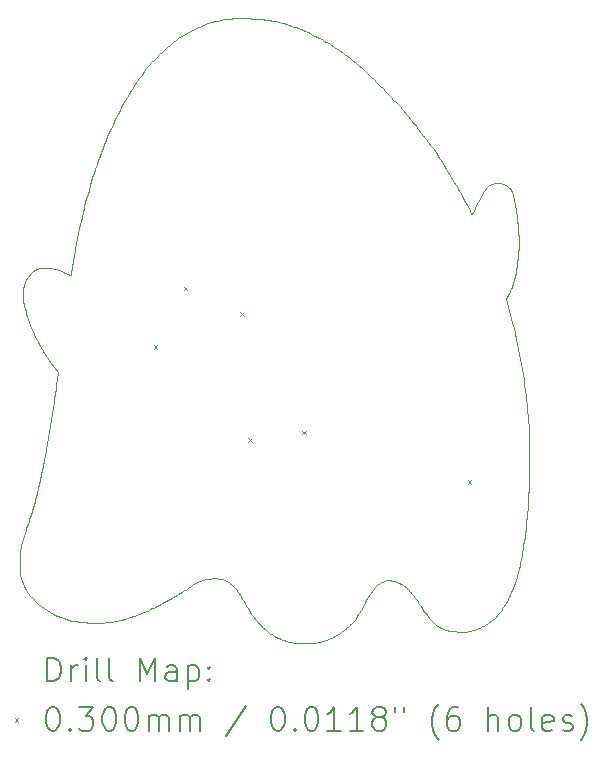
<source format=gbr>
%TF.GenerationSoftware,KiCad,Pcbnew,7.0.1-0*%
%TF.CreationDate,2023-08-21T12:14:34+02:00*%
%TF.ProjectId,ghost,67686f73-742e-46b6-9963-61645f706362,rev?*%
%TF.SameCoordinates,Original*%
%TF.FileFunction,Drillmap*%
%TF.FilePolarity,Positive*%
%FSLAX45Y45*%
G04 Gerber Fmt 4.5, Leading zero omitted, Abs format (unit mm)*
G04 Created by KiCad (PCBNEW 7.0.1-0) date 2023-08-21 12:14:34*
%MOMM*%
%LPD*%
G01*
G04 APERTURE LIST*
%ADD10C,0.056000*%
%ADD11C,0.200000*%
%ADD12C,0.030000*%
G04 APERTURE END LIST*
D10*
X16282778Y-7868018D02*
X16288619Y-7876016D01*
X16295448Y-7885236D01*
X16299179Y-7890232D01*
X16303090Y-7895448D01*
X16307160Y-7900855D01*
X16311368Y-7906425D01*
X16315690Y-7912129D01*
X16320105Y-7917939D01*
X16324591Y-7923826D01*
X16329126Y-7929762D01*
X16333688Y-7935718D01*
X16338255Y-7941665D01*
X16342804Y-7947576D01*
X16347315Y-7953421D01*
X16351764Y-7959172D01*
X16356129Y-7964801D01*
X16360390Y-7970280D01*
X16364523Y-7975578D01*
X16368507Y-7980669D01*
X16372320Y-7985524D01*
X16375939Y-7990114D01*
X16382509Y-7998384D01*
X16388041Y-8005253D01*
X16392360Y-8010492D01*
X16396175Y-8014796D01*
X13236088Y-10060739D02*
X13249709Y-9947075D01*
X15195119Y-12230053D02*
X15180399Y-12225891D01*
X15165991Y-12221394D01*
X15151881Y-12216550D01*
X15138056Y-12211347D01*
X15124502Y-12205770D01*
X15111207Y-12199809D01*
X15098156Y-12193450D01*
X15085338Y-12186681D01*
X15072738Y-12179489D01*
X15060343Y-12171862D01*
X15048140Y-12163788D01*
X15036116Y-12155253D01*
X15024257Y-12146244D01*
X15012550Y-12136751D01*
X15000981Y-12126759D01*
X14989538Y-12116257D01*
X14978208Y-12105232D01*
X14966976Y-12093670D01*
X14955829Y-12081561D01*
X14944755Y-12068891D01*
X14933741Y-12055647D01*
X14922771Y-12041817D01*
X14911835Y-12027389D01*
X14900917Y-12012349D01*
X14890005Y-11996686D01*
X14879086Y-11980387D01*
X14868146Y-11963439D01*
X14857172Y-11945830D01*
X14846151Y-11927547D01*
X14835069Y-11908577D01*
X14823914Y-11888908D01*
X14812671Y-11868528D01*
X13152622Y-9070243D02*
X13158448Y-9070260D01*
X13164065Y-9070312D01*
X13174719Y-9070535D01*
X13184678Y-9070931D01*
X13194034Y-9071521D01*
X13202880Y-9072325D01*
X13211308Y-9073363D01*
X13219412Y-9074657D01*
X13227283Y-9076226D01*
X13235015Y-9078090D01*
X13242700Y-9080271D01*
X13250432Y-9082789D01*
X13258302Y-9085663D01*
X13266403Y-9088915D01*
X13274829Y-9092564D01*
X13283671Y-9096632D01*
X13293024Y-9101139D01*
X13293024Y-9101139D02*
X13299447Y-9104266D01*
X13305718Y-9107267D01*
X13311802Y-9110127D01*
X13317665Y-9112833D01*
X13323275Y-9115370D01*
X13328598Y-9117725D01*
X13335969Y-9120886D01*
X13342504Y-9123558D01*
X13348090Y-9125696D01*
X13353865Y-9127633D01*
X13358615Y-9128202D01*
X13475127Y-8545226D02*
X13483710Y-8510184D01*
X13492726Y-8475007D01*
X13502164Y-8439726D01*
X13512010Y-8404374D01*
X13522250Y-8368982D01*
X13532871Y-8333584D01*
X13543860Y-8298211D01*
X13555203Y-8262896D01*
X13566888Y-8227672D01*
X13578900Y-8192570D01*
X13591226Y-8157624D01*
X13603854Y-8122864D01*
X13616769Y-8088325D01*
X13629959Y-8054037D01*
X13643410Y-8020034D01*
X13657108Y-7986348D01*
X13671041Y-7953011D01*
X13685195Y-7920055D01*
X13699557Y-7887513D01*
X13714113Y-7855417D01*
X13728851Y-7823800D01*
X13743756Y-7792694D01*
X13758815Y-7762130D01*
X13774015Y-7732143D01*
X13789343Y-7702763D01*
X13804786Y-7674023D01*
X13820329Y-7645956D01*
X13835961Y-7618594D01*
X13851666Y-7591969D01*
X13867433Y-7566114D01*
X13883247Y-7541061D01*
X13899096Y-7516842D01*
X13111628Y-10807895D02*
X13115438Y-10790086D01*
X13119358Y-10771289D01*
X13123378Y-10751565D01*
X13127487Y-10730980D01*
X13131675Y-10709594D01*
X13135932Y-10687472D01*
X13140246Y-10664678D01*
X13144607Y-10641273D01*
X13149005Y-10617321D01*
X13153429Y-10592885D01*
X13157868Y-10568029D01*
X13162313Y-10542816D01*
X13166753Y-10517308D01*
X13171176Y-10491570D01*
X13175573Y-10465663D01*
X13179933Y-10439651D01*
X13184246Y-10413598D01*
X13188501Y-10387566D01*
X13192687Y-10361619D01*
X13196794Y-10335820D01*
X13200812Y-10310231D01*
X13204729Y-10284917D01*
X13208536Y-10259940D01*
X13212222Y-10235363D01*
X13215777Y-10211249D01*
X13219189Y-10187663D01*
X13222448Y-10164666D01*
X13225544Y-10142322D01*
X13228467Y-10120694D01*
X13231205Y-10099845D01*
X13233749Y-10079839D01*
X13236088Y-10060739D01*
X14812671Y-11868528D02*
X14805880Y-11856319D01*
X14799063Y-11844600D01*
X14792215Y-11833368D01*
X14785326Y-11822617D01*
X14778390Y-11812343D01*
X14771400Y-11802542D01*
X14764348Y-11793207D01*
X14757226Y-11784336D01*
X14750029Y-11775922D01*
X14742748Y-11767962D01*
X14735376Y-11760451D01*
X14727906Y-11753384D01*
X14720330Y-11746756D01*
X14712642Y-11740563D01*
X14704833Y-11734800D01*
X14696897Y-11729462D01*
X14688826Y-11724545D01*
X14680614Y-11720044D01*
X14672252Y-11715955D01*
X14663733Y-11712272D01*
X14655050Y-11708991D01*
X14646196Y-11706107D01*
X14637164Y-11703616D01*
X14627945Y-11701513D01*
X14618534Y-11699793D01*
X14608922Y-11698452D01*
X14599102Y-11697485D01*
X14589068Y-11696887D01*
X14578811Y-11696653D01*
X14568324Y-11696779D01*
X14557600Y-11697261D01*
X14546633Y-11698093D01*
X16775182Y-8579873D02*
X16778968Y-8570759D01*
X16782877Y-8561634D01*
X16786898Y-8552516D01*
X16791020Y-8543422D01*
X16795235Y-8534367D01*
X16799532Y-8525369D01*
X16803899Y-8516445D01*
X16808328Y-8507611D01*
X16812808Y-8498883D01*
X16817329Y-8490279D01*
X16821879Y-8481815D01*
X16826450Y-8473508D01*
X16831031Y-8465374D01*
X16835612Y-8457431D01*
X16840182Y-8449695D01*
X16844731Y-8442183D01*
X16849249Y-8434911D01*
X16853725Y-8427896D01*
X16858151Y-8421155D01*
X16862514Y-8414705D01*
X16866805Y-8408562D01*
X16871014Y-8402742D01*
X16875131Y-8397264D01*
X16879144Y-8392142D01*
X16883045Y-8387395D01*
X16886822Y-8383039D01*
X16893966Y-8375565D01*
X16900494Y-8369854D01*
X16906324Y-8366041D01*
X16396175Y-8014796D02*
X16404675Y-8024526D01*
X16410335Y-8031896D01*
X16416856Y-8040811D01*
X16424183Y-8051177D01*
X16432258Y-8062901D01*
X16441023Y-8075888D01*
X16450420Y-8090044D01*
X16460392Y-8105276D01*
X16470881Y-8121490D01*
X16481830Y-8138592D01*
X16493182Y-8156487D01*
X16504878Y-8175083D01*
X16516862Y-8194285D01*
X16529075Y-8214000D01*
X16541460Y-8234133D01*
X16553959Y-8254590D01*
X16566516Y-8275279D01*
X16579072Y-8296104D01*
X16591570Y-8316972D01*
X16603952Y-8337789D01*
X16616161Y-8358462D01*
X16628139Y-8378896D01*
X16639828Y-8398997D01*
X16651172Y-8418672D01*
X16662112Y-8437827D01*
X16672592Y-8456367D01*
X16682552Y-8474200D01*
X16691937Y-8491231D01*
X16700688Y-8507366D01*
X16708748Y-8522511D01*
X16716059Y-8536573D01*
X17150429Y-8778695D02*
X17151313Y-8796487D01*
X17151939Y-8814360D01*
X17152310Y-8832294D01*
X17152430Y-8850270D01*
X17152302Y-8868271D01*
X17151928Y-8886276D01*
X17151312Y-8904269D01*
X17150457Y-8922229D01*
X17149366Y-8940138D01*
X17148041Y-8957978D01*
X17146487Y-8975729D01*
X17144705Y-8993374D01*
X17142699Y-9010892D01*
X17140473Y-9028267D01*
X17138029Y-9045478D01*
X17135369Y-9062507D01*
X17132499Y-9079335D01*
X17129419Y-9095945D01*
X17126134Y-9112316D01*
X17122646Y-9128430D01*
X17118959Y-9144269D01*
X17115075Y-9159814D01*
X17110998Y-9175046D01*
X17106731Y-9189946D01*
X17102276Y-9204496D01*
X17097637Y-9218677D01*
X17092817Y-9232470D01*
X17087819Y-9245857D01*
X17082645Y-9258818D01*
X17077300Y-9271336D01*
X17071786Y-9283391D01*
X17066106Y-9294965D01*
X17093429Y-8420262D02*
X17097575Y-8430451D01*
X17099684Y-8436563D01*
X17101810Y-8443317D01*
X17103950Y-8450684D01*
X17106099Y-8458636D01*
X17108252Y-8467145D01*
X17110405Y-8476183D01*
X17112553Y-8485722D01*
X17114693Y-8495733D01*
X17116818Y-8506189D01*
X17118926Y-8517061D01*
X17121012Y-8528322D01*
X17123070Y-8539943D01*
X17125097Y-8551896D01*
X17127089Y-8564153D01*
X17129040Y-8576686D01*
X17130946Y-8589467D01*
X17132803Y-8602468D01*
X17134606Y-8615660D01*
X17136351Y-8629017D01*
X17138033Y-8642508D01*
X17139649Y-8656107D01*
X17141192Y-8669785D01*
X17142660Y-8683515D01*
X17144047Y-8697268D01*
X17145349Y-8711015D01*
X17146562Y-8724730D01*
X17147681Y-8738383D01*
X17148701Y-8751947D01*
X17149619Y-8765394D01*
X17150429Y-8778695D01*
X14546633Y-11698093D02*
X14540607Y-11698693D01*
X14534573Y-11699399D01*
X14528535Y-11700209D01*
X14522501Y-11701121D01*
X14516476Y-11702133D01*
X14510465Y-11703243D01*
X14504476Y-11704448D01*
X14498515Y-11705745D01*
X14492587Y-11707134D01*
X14486699Y-11708611D01*
X14480856Y-11710175D01*
X14475065Y-11711823D01*
X14469332Y-11713552D01*
X14463663Y-11715362D01*
X14458065Y-11717249D01*
X14452542Y-11719211D01*
X14447102Y-11721246D01*
X14441751Y-11723352D01*
X14436493Y-11725526D01*
X14431337Y-11727767D01*
X14421351Y-11732439D01*
X14411840Y-11737349D01*
X14402854Y-11742481D01*
X14394442Y-11747815D01*
X14386653Y-11753335D01*
X14379534Y-11759022D01*
X13033546Y-9103864D02*
X13040349Y-9098443D01*
X13046641Y-9093632D01*
X13052552Y-9089396D01*
X13058208Y-9085699D01*
X13063736Y-9082504D01*
X13069265Y-9079776D01*
X13074922Y-9077479D01*
X13080834Y-9075576D01*
X13087129Y-9074032D01*
X13093935Y-9072811D01*
X13101378Y-9071876D01*
X13109586Y-9071192D01*
X13118687Y-9070723D01*
X13128809Y-9070432D01*
X13140078Y-9070284D01*
X13146183Y-9070252D01*
X13152622Y-9070243D01*
X16311051Y-11913549D02*
X16303672Y-11902592D01*
X16296481Y-11892069D01*
X16289469Y-11881969D01*
X16282623Y-11872281D01*
X16275933Y-11862995D01*
X16269387Y-11854099D01*
X16262974Y-11845584D01*
X16256683Y-11837437D01*
X16250502Y-11829650D01*
X16244420Y-11822210D01*
X16238427Y-11815108D01*
X16232510Y-11808332D01*
X16226659Y-11801872D01*
X16220862Y-11795717D01*
X16215108Y-11789856D01*
X16209386Y-11784279D01*
X16203684Y-11778975D01*
X16197992Y-11773933D01*
X16192297Y-11769142D01*
X16186589Y-11764592D01*
X16180857Y-11760272D01*
X16175089Y-11756171D01*
X16169274Y-11752279D01*
X16163400Y-11748585D01*
X16157457Y-11745078D01*
X16151433Y-11741747D01*
X16145317Y-11738582D01*
X16139098Y-11735572D01*
X16132764Y-11732706D01*
X16126305Y-11729974D01*
X16119708Y-11727365D01*
X16112963Y-11724867D01*
X16906324Y-8366041D02*
X16912738Y-8362935D01*
X16919267Y-8360181D01*
X16925896Y-8357778D01*
X16932609Y-8355718D01*
X16939391Y-8354000D01*
X16946227Y-8352617D01*
X16953102Y-8351566D01*
X16960001Y-8350842D01*
X16966909Y-8350441D01*
X16973810Y-8350359D01*
X16980690Y-8350590D01*
X16987533Y-8351132D01*
X16994325Y-8351979D01*
X17001050Y-8353127D01*
X17007692Y-8354571D01*
X17014238Y-8356308D01*
X17020671Y-8358332D01*
X17026977Y-8360640D01*
X17033141Y-8363227D01*
X17039147Y-8366089D01*
X17044981Y-8369221D01*
X17050626Y-8372619D01*
X17056069Y-8376278D01*
X17061294Y-8380195D01*
X17066285Y-8384365D01*
X17071029Y-8388783D01*
X17075509Y-8393445D01*
X17079710Y-8398346D01*
X17083618Y-8403483D01*
X17087217Y-8408851D01*
X17090493Y-8414445D01*
X17093429Y-8420262D01*
X13385826Y-8972817D02*
X13388118Y-8958700D01*
X13390317Y-8945226D01*
X13392437Y-8932334D01*
X13394490Y-8919966D01*
X13396489Y-8908061D01*
X13398445Y-8896562D01*
X13400372Y-8885408D01*
X13402282Y-8874540D01*
X13404186Y-8863899D01*
X13406098Y-8853425D01*
X13408030Y-8843060D01*
X13409993Y-8832743D01*
X13412002Y-8822415D01*
X13414068Y-8812017D01*
X13416203Y-8801490D01*
X13418419Y-8790774D01*
X13420730Y-8779810D01*
X13423148Y-8768539D01*
X13425684Y-8756901D01*
X13428352Y-8744836D01*
X13431164Y-8732287D01*
X13434132Y-8719192D01*
X13437268Y-8705494D01*
X13440586Y-8691131D01*
X13444097Y-8676046D01*
X13447813Y-8660179D01*
X13451748Y-8643470D01*
X13455913Y-8625861D01*
X13460321Y-8607291D01*
X13464985Y-8587701D01*
X13469916Y-8567033D01*
X13475127Y-8545226D01*
X16112963Y-11724867D02*
X16103462Y-11721675D01*
X16094138Y-11718978D01*
X16084982Y-11716780D01*
X16075986Y-11715087D01*
X16067141Y-11713905D01*
X16058439Y-11713240D01*
X16049872Y-11713098D01*
X16041431Y-11713483D01*
X16033108Y-11714401D01*
X16024893Y-11715858D01*
X16016780Y-11717860D01*
X16008758Y-11720412D01*
X16000821Y-11723519D01*
X15992958Y-11727188D01*
X15985163Y-11731424D01*
X15977425Y-11736233D01*
X15969738Y-11741619D01*
X15962092Y-11747589D01*
X15954479Y-11754149D01*
X15946891Y-11761303D01*
X15939318Y-11769058D01*
X15931754Y-11777419D01*
X15924188Y-11786391D01*
X15916613Y-11795981D01*
X15909020Y-11806193D01*
X15901402Y-11817034D01*
X15893748Y-11828510D01*
X15886051Y-11840624D01*
X15878302Y-11853384D01*
X15870494Y-11866795D01*
X15862617Y-11880862D01*
X15854663Y-11895591D01*
X12977774Y-11294799D02*
X12984683Y-11273412D01*
X12991258Y-11252998D01*
X12997516Y-11233498D01*
X13003472Y-11214855D01*
X13009141Y-11197011D01*
X13014540Y-11179910D01*
X13019684Y-11163494D01*
X13024589Y-11147706D01*
X13029272Y-11132487D01*
X13033746Y-11117782D01*
X13038029Y-11103532D01*
X13042136Y-11089680D01*
X13046083Y-11076168D01*
X13049886Y-11062940D01*
X13053560Y-11049938D01*
X13057121Y-11037105D01*
X13060585Y-11024383D01*
X13063968Y-11011715D01*
X13067285Y-10999043D01*
X13070553Y-10986311D01*
X13073787Y-10973460D01*
X13077003Y-10960434D01*
X13080216Y-10947175D01*
X13083442Y-10933626D01*
X13086698Y-10919728D01*
X13089999Y-10905426D01*
X13093360Y-10890662D01*
X13096798Y-10875377D01*
X13100327Y-10859516D01*
X13103965Y-10843020D01*
X13107727Y-10825832D01*
X13111628Y-10807895D01*
X13073248Y-9676448D02*
X13060244Y-9649907D01*
X13047998Y-9623915D01*
X13036510Y-9598473D01*
X13025781Y-9573582D01*
X13015811Y-9549243D01*
X13006599Y-9525457D01*
X12998146Y-9502223D01*
X12990451Y-9479545D01*
X12983515Y-9457421D01*
X12977338Y-9435854D01*
X12971920Y-9414843D01*
X12967261Y-9394391D01*
X12963361Y-9374497D01*
X12960220Y-9355163D01*
X12957838Y-9336390D01*
X12956215Y-9318178D01*
X12955351Y-9300528D01*
X12955247Y-9283442D01*
X12955902Y-9266919D01*
X12957316Y-9250962D01*
X12959490Y-9235570D01*
X12962423Y-9220746D01*
X12966116Y-9206489D01*
X12970569Y-9192800D01*
X12975782Y-9179681D01*
X12981754Y-9167132D01*
X12988486Y-9155154D01*
X12995978Y-9143749D01*
X13004230Y-9132916D01*
X13013242Y-9122657D01*
X13023014Y-9112973D01*
X13033546Y-9103864D01*
X12927000Y-11566000D02*
X12927011Y-11556263D01*
X12927050Y-11547003D01*
X12927123Y-11538182D01*
X12927239Y-11529759D01*
X12927405Y-11521695D01*
X12927627Y-11513951D01*
X12927914Y-11506486D01*
X12928274Y-11499261D01*
X12928712Y-11492236D01*
X12929237Y-11485372D01*
X12929857Y-11478629D01*
X12930578Y-11471968D01*
X12931408Y-11465348D01*
X12932355Y-11458731D01*
X12933426Y-11452076D01*
X12934627Y-11445344D01*
X12935968Y-11438495D01*
X12937455Y-11431489D01*
X12939095Y-11424288D01*
X12940897Y-11416851D01*
X12942867Y-11409139D01*
X12945012Y-11401112D01*
X12947341Y-11392730D01*
X12949861Y-11383954D01*
X12952579Y-11374744D01*
X12955502Y-11365061D01*
X12958638Y-11354865D01*
X12961995Y-11344116D01*
X12965579Y-11332774D01*
X12969399Y-11320800D01*
X12973461Y-11308155D01*
X12977774Y-11294799D01*
X13188492Y-9865887D02*
X13181976Y-9857055D01*
X13178576Y-9852312D01*
X13175092Y-9847368D01*
X13171531Y-9842235D01*
X13167900Y-9836925D01*
X13164207Y-9831449D01*
X13160460Y-9825821D01*
X13156664Y-9820052D01*
X13152829Y-9814155D01*
X13148961Y-9808141D01*
X13145067Y-9802022D01*
X13141155Y-9795812D01*
X13137233Y-9789521D01*
X13133308Y-9783163D01*
X13129387Y-9776749D01*
X13125478Y-9770291D01*
X13121587Y-9763802D01*
X13117723Y-9757293D01*
X13113892Y-9750778D01*
X13110103Y-9744267D01*
X13106362Y-9737773D01*
X13102677Y-9731309D01*
X13099056Y-9724886D01*
X13095505Y-9718516D01*
X13092032Y-9712212D01*
X13088645Y-9705986D01*
X13085350Y-9699850D01*
X13082156Y-9693816D01*
X13079069Y-9687896D01*
X13076097Y-9682103D01*
X13073248Y-9676448D01*
X17239729Y-10905095D02*
X17237842Y-10945800D01*
X17235729Y-10985850D01*
X17233392Y-11025239D01*
X17230832Y-11063961D01*
X17228049Y-11102009D01*
X17225045Y-11139378D01*
X17221821Y-11176061D01*
X17218378Y-11212053D01*
X17214716Y-11247346D01*
X17210838Y-11281935D01*
X17206745Y-11315814D01*
X17202436Y-11348977D01*
X17197914Y-11381417D01*
X17193179Y-11413128D01*
X17188233Y-11444104D01*
X17183076Y-11474340D01*
X17177710Y-11503827D01*
X17172136Y-11532562D01*
X17166355Y-11560537D01*
X17160368Y-11587746D01*
X17154176Y-11614184D01*
X17147780Y-11639843D01*
X17141181Y-11664718D01*
X17134380Y-11688803D01*
X17127379Y-11712091D01*
X17120179Y-11734577D01*
X17112780Y-11756254D01*
X17105183Y-11777116D01*
X17097390Y-11797157D01*
X17089403Y-11816370D01*
X17081221Y-11834750D01*
X17072846Y-11852291D01*
X12968082Y-11763349D02*
X12964470Y-11756028D01*
X12961076Y-11749106D01*
X12957893Y-11742551D01*
X12954915Y-11736331D01*
X12952134Y-11730414D01*
X12949544Y-11724765D01*
X12947138Y-11719354D01*
X12944909Y-11714148D01*
X12940956Y-11704219D01*
X12937631Y-11694717D01*
X12934880Y-11685384D01*
X12932648Y-11675958D01*
X12930882Y-11666179D01*
X12929527Y-11655788D01*
X12928529Y-11644524D01*
X12928147Y-11638483D01*
X12927834Y-11632126D01*
X12927583Y-11625421D01*
X12927388Y-11618335D01*
X12927241Y-11610836D01*
X12927136Y-11602891D01*
X12927066Y-11594467D01*
X12927025Y-11585532D01*
X12927005Y-11576054D01*
X12927000Y-11566000D01*
X14379534Y-11759022D02*
X14374447Y-11763144D01*
X14368219Y-11767826D01*
X14360917Y-11773031D01*
X14352607Y-11778721D01*
X14343355Y-11784860D01*
X14333227Y-11791410D01*
X14322289Y-11798334D01*
X14310608Y-11805595D01*
X14298249Y-11813156D01*
X14285279Y-11820979D01*
X14271763Y-11829027D01*
X14257767Y-11837264D01*
X14243359Y-11845652D01*
X14228603Y-11854154D01*
X14213566Y-11862732D01*
X14198314Y-11871350D01*
X14182913Y-11879971D01*
X14167429Y-11888556D01*
X14151928Y-11897070D01*
X14136477Y-11905475D01*
X14121141Y-11913734D01*
X14105986Y-11921809D01*
X14091078Y-11929663D01*
X14076485Y-11937260D01*
X14062271Y-11944562D01*
X14048502Y-11951532D01*
X14035246Y-11958133D01*
X14022567Y-11964328D01*
X14010532Y-11970079D01*
X13999208Y-11975349D01*
X13988659Y-11980101D01*
X13978953Y-11984299D01*
X15854663Y-11895591D02*
X15849904Y-11904501D01*
X15845129Y-11913336D01*
X15840370Y-11922042D01*
X15835658Y-11930565D01*
X15831023Y-11938853D01*
X15826497Y-11946852D01*
X15822111Y-11954510D01*
X15817895Y-11961773D01*
X15813882Y-11968588D01*
X15810101Y-11974901D01*
X15806585Y-11980661D01*
X15803363Y-11985813D01*
X15799153Y-11992285D01*
X15795781Y-11997091D01*
X15794051Y-11999282D01*
X16716059Y-8536573D02*
X16721550Y-8544973D01*
X16726364Y-8553801D01*
X16730594Y-8562803D01*
X16734334Y-8571724D01*
X16737678Y-8580309D01*
X16740720Y-8588305D01*
X16743554Y-8595456D01*
X16746274Y-8601509D01*
X16750344Y-8607973D01*
X16756247Y-8610374D01*
X16761443Y-8606398D01*
X16765448Y-8600520D01*
X16769997Y-8591763D01*
X16772504Y-8586225D01*
X16775182Y-8579873D01*
X17088291Y-9495229D02*
X17099534Y-9537883D01*
X17110355Y-9580621D01*
X17120757Y-9623441D01*
X17130737Y-9666345D01*
X17140297Y-9709334D01*
X17149436Y-9752409D01*
X17158155Y-9795570D01*
X17166453Y-9838819D01*
X17174331Y-9882155D01*
X17181789Y-9925580D01*
X17188826Y-9969096D01*
X17195444Y-10012701D01*
X17201642Y-10056398D01*
X17207420Y-10100187D01*
X17212778Y-10144070D01*
X17217716Y-10188046D01*
X17222235Y-10232117D01*
X17226335Y-10276283D01*
X17230015Y-10320545D01*
X17233275Y-10364905D01*
X17236117Y-10409363D01*
X17238539Y-10453919D01*
X17240542Y-10498575D01*
X17242127Y-10543331D01*
X17243292Y-10588189D01*
X17244039Y-10633148D01*
X17244367Y-10678211D01*
X17244276Y-10723377D01*
X17243767Y-10768648D01*
X17242839Y-10814024D01*
X17241493Y-10859506D01*
X17239729Y-10905095D01*
X13358615Y-9128202D02*
X13360056Y-9122454D01*
X13361588Y-9114755D01*
X13362858Y-9108017D01*
X13364311Y-9100088D01*
X13365933Y-9091048D01*
X13367710Y-9080976D01*
X13369627Y-9069952D01*
X13370635Y-9064108D01*
X13371672Y-9058055D01*
X13372738Y-9051805D01*
X13373830Y-9045366D01*
X13374947Y-9038749D01*
X13376087Y-9031964D01*
X13377248Y-9025020D01*
X13378429Y-9017928D01*
X13379627Y-9010698D01*
X13380842Y-9003339D01*
X13382071Y-8995861D01*
X13383313Y-8988275D01*
X13384565Y-8980590D01*
X13385826Y-8972817D01*
X15606210Y-12180457D02*
X15599840Y-12183875D01*
X15593050Y-12187372D01*
X15585901Y-12190923D01*
X15578453Y-12194500D01*
X15570767Y-12198080D01*
X15562904Y-12201636D01*
X15554925Y-12205143D01*
X15546889Y-12208575D01*
X15538859Y-12211906D01*
X15530894Y-12215112D01*
X15523055Y-12218167D01*
X15515403Y-12221044D01*
X15507998Y-12223720D01*
X15500901Y-12226167D01*
X15494174Y-12228361D01*
X15487875Y-12230275D01*
X14659091Y-6963955D02*
X14669642Y-6962276D01*
X14680960Y-6960775D01*
X14692993Y-6959447D01*
X14705692Y-6958292D01*
X14719005Y-6957306D01*
X14732881Y-6956487D01*
X14747269Y-6955833D01*
X14762118Y-6955341D01*
X14777378Y-6955009D01*
X14792997Y-6954834D01*
X14808925Y-6954815D01*
X14825110Y-6954948D01*
X14841502Y-6955231D01*
X14858050Y-6955663D01*
X14874702Y-6956240D01*
X14891409Y-6956959D01*
X14908118Y-6957820D01*
X14924780Y-6958818D01*
X14941342Y-6959953D01*
X14957755Y-6961221D01*
X14973968Y-6962619D01*
X14989928Y-6964147D01*
X15005586Y-6965800D01*
X15020891Y-6967578D01*
X15035791Y-6969476D01*
X15050236Y-6971494D01*
X15064175Y-6973628D01*
X15077556Y-6975876D01*
X15090330Y-6978236D01*
X15102445Y-6980706D01*
X15113849Y-6983282D01*
X15124493Y-6985963D01*
X13249709Y-9947075D02*
X13188492Y-9865887D01*
X15487875Y-12230275D02*
X15480844Y-12232205D01*
X15473442Y-12234009D01*
X15465692Y-12235688D01*
X15457618Y-12237243D01*
X15449242Y-12238672D01*
X15440589Y-12239976D01*
X15431682Y-12241155D01*
X15422545Y-12242209D01*
X15413200Y-12243138D01*
X15403672Y-12243943D01*
X15393984Y-12244622D01*
X15384159Y-12245176D01*
X15374221Y-12245605D01*
X15364193Y-12245910D01*
X15354099Y-12246089D01*
X15343962Y-12246144D01*
X15333806Y-12246074D01*
X15323655Y-12245879D01*
X15313531Y-12245559D01*
X15303458Y-12245114D01*
X15293459Y-12244545D01*
X15283559Y-12243851D01*
X15273781Y-12243032D01*
X15264147Y-12242088D01*
X15254682Y-12241020D01*
X15245409Y-12239827D01*
X15236352Y-12238509D01*
X15227533Y-12237067D01*
X15218977Y-12235500D01*
X15210707Y-12233808D01*
X15202746Y-12231992D01*
X15195119Y-12230051D01*
X16789074Y-12128154D02*
X16778814Y-12131815D01*
X16769168Y-12135079D01*
X16760018Y-12137961D01*
X16751245Y-12140476D01*
X16742729Y-12142637D01*
X16734353Y-12144460D01*
X16725997Y-12145958D01*
X16717543Y-12147147D01*
X16708871Y-12148040D01*
X16699863Y-12148652D01*
X16690401Y-12148997D01*
X16680365Y-12149090D01*
X16669636Y-12148946D01*
X16663976Y-12148789D01*
X16658097Y-12148579D01*
X16651986Y-12148316D01*
X16645628Y-12148002D01*
X16639007Y-12147640D01*
X16632110Y-12147232D01*
X13978953Y-11984299D02*
X13939484Y-12000127D01*
X13899950Y-12014363D01*
X13860410Y-12027019D01*
X13820920Y-12038109D01*
X13781537Y-12047645D01*
X13742320Y-12055639D01*
X13703324Y-12062104D01*
X13664608Y-12067052D01*
X13626228Y-12070497D01*
X13588242Y-12072449D01*
X13550707Y-12072922D01*
X13513681Y-12071929D01*
X13477220Y-12069482D01*
X13441382Y-12065593D01*
X13406224Y-12060275D01*
X13371803Y-12053540D01*
X13338178Y-12045402D01*
X13305404Y-12035872D01*
X13273539Y-12024962D01*
X13242640Y-12012687D01*
X13212766Y-11999057D01*
X13183972Y-11984086D01*
X13156316Y-11967786D01*
X13129856Y-11950170D01*
X13104649Y-11931250D01*
X13080751Y-11911038D01*
X13058221Y-11889547D01*
X13037115Y-11866790D01*
X13017491Y-11842780D01*
X12999406Y-11817527D01*
X12982918Y-11791046D01*
X12968082Y-11763349D01*
X15794051Y-11999282D02*
X15790404Y-12003867D01*
X15787088Y-12008664D01*
X15783712Y-12014390D01*
X15781185Y-12019724D01*
X15779487Y-12025572D01*
X15779411Y-12026714D01*
X15779411Y-12026714D02*
X15776538Y-12034351D01*
X15771689Y-12041462D01*
X15764783Y-12049930D01*
X15760636Y-12054605D01*
X15756068Y-12059537D01*
X15751110Y-12064698D01*
X15745793Y-12070061D01*
X15740148Y-12075598D01*
X15734206Y-12081281D01*
X15727998Y-12087084D01*
X15721556Y-12092978D01*
X15714910Y-12098935D01*
X15708091Y-12104930D01*
X15701131Y-12110933D01*
X15694060Y-12116917D01*
X15686910Y-12122855D01*
X15679711Y-12128718D01*
X15672495Y-12134481D01*
X15665292Y-12140114D01*
X15658134Y-12145591D01*
X15651052Y-12150883D01*
X15644077Y-12155964D01*
X15637240Y-12160805D01*
X15630572Y-12165379D01*
X15624104Y-12169659D01*
X15617867Y-12173617D01*
X15611892Y-12177225D01*
X15606210Y-12180457D01*
X17045403Y-9335660D02*
X17088291Y-9495229D01*
X15124493Y-6985963D02*
X15145003Y-6991591D01*
X15165459Y-6997524D01*
X15185859Y-7003762D01*
X15206204Y-7010303D01*
X15226493Y-7017148D01*
X15246726Y-7024297D01*
X15266904Y-7031750D01*
X15287024Y-7039507D01*
X15307088Y-7047566D01*
X15327095Y-7055930D01*
X15347045Y-7064596D01*
X15366938Y-7073565D01*
X15386773Y-7082838D01*
X15406550Y-7092413D01*
X15426269Y-7102291D01*
X15445929Y-7112471D01*
X15465531Y-7122954D01*
X15485074Y-7133739D01*
X15504557Y-7144826D01*
X15523982Y-7156215D01*
X15543346Y-7167906D01*
X15562651Y-7179899D01*
X15581895Y-7192194D01*
X15601080Y-7204790D01*
X15620203Y-7217687D01*
X15639266Y-7230885D01*
X15658267Y-7244385D01*
X15677207Y-7258185D01*
X15696086Y-7272287D01*
X15714902Y-7286689D01*
X15733656Y-7301391D01*
X15752348Y-7316394D01*
X17066106Y-9294965D02*
X17045403Y-9335660D01*
X13899096Y-7516842D02*
X13918925Y-7487680D01*
X13939026Y-7459272D01*
X13959396Y-7431618D01*
X13980034Y-7404720D01*
X14000939Y-7378579D01*
X14022107Y-7353197D01*
X14043537Y-7328574D01*
X14065228Y-7304714D01*
X14087177Y-7281615D01*
X14109383Y-7259281D01*
X14131844Y-7237712D01*
X14154557Y-7216910D01*
X14177522Y-7196876D01*
X14200736Y-7177611D01*
X14224197Y-7159117D01*
X14247904Y-7141396D01*
X14271855Y-7124447D01*
X14296047Y-7108274D01*
X14320479Y-7092876D01*
X14345150Y-7078256D01*
X14370056Y-7064415D01*
X14395197Y-7051355D01*
X14420571Y-7039075D01*
X14446175Y-7027579D01*
X14472008Y-7016867D01*
X14498068Y-7006940D01*
X14524353Y-6997801D01*
X14550862Y-6989450D01*
X14577591Y-6981888D01*
X14604541Y-6975118D01*
X14631708Y-6969139D01*
X14659091Y-6963955D01*
X15752348Y-7316394D02*
X15767591Y-7328947D01*
X15783404Y-7342306D01*
X15799739Y-7356421D01*
X15816549Y-7371242D01*
X15833784Y-7386718D01*
X15851396Y-7402800D01*
X15869337Y-7419435D01*
X15887558Y-7436575D01*
X15906010Y-7454169D01*
X15924646Y-7472165D01*
X15943416Y-7490515D01*
X15962272Y-7509166D01*
X15981165Y-7528070D01*
X16000048Y-7547175D01*
X16018871Y-7566431D01*
X16037586Y-7585788D01*
X16056145Y-7605194D01*
X16074499Y-7624601D01*
X16092599Y-7643956D01*
X16110398Y-7663211D01*
X16127846Y-7682314D01*
X16144895Y-7701215D01*
X16161497Y-7719863D01*
X16177603Y-7738209D01*
X16193164Y-7756201D01*
X16208133Y-7773790D01*
X16222460Y-7790924D01*
X16236097Y-7807554D01*
X16248996Y-7823628D01*
X16261108Y-7839097D01*
X16272385Y-7853911D01*
X16282778Y-7868018D01*
X16632110Y-12147232D02*
X16618753Y-12146313D01*
X16605929Y-12145214D01*
X16593605Y-12143911D01*
X16581749Y-12142381D01*
X16570329Y-12140601D01*
X16559315Y-12138548D01*
X16548674Y-12136198D01*
X16538374Y-12133529D01*
X16528383Y-12130517D01*
X16518671Y-12127139D01*
X16509205Y-12123373D01*
X16499953Y-12119195D01*
X16490884Y-12114582D01*
X16481966Y-12109510D01*
X16473166Y-12103958D01*
X16464455Y-12097901D01*
X16455799Y-12091317D01*
X16447167Y-12084182D01*
X16438527Y-12076474D01*
X16429847Y-12068168D01*
X16421097Y-12059243D01*
X16412243Y-12049675D01*
X16403254Y-12039441D01*
X16394099Y-12028518D01*
X16384745Y-12016882D01*
X16375162Y-12004511D01*
X16365316Y-11991382D01*
X16355178Y-11977471D01*
X16344713Y-11962755D01*
X16333892Y-11947212D01*
X16322682Y-11930817D01*
X16311051Y-11913549D01*
X17072846Y-11852291D02*
X17065960Y-11865944D01*
X17059001Y-11879219D01*
X17051964Y-11892122D01*
X17044843Y-11904658D01*
X17037632Y-11916831D01*
X17030326Y-11928648D01*
X17022919Y-11940114D01*
X17015406Y-11951234D01*
X17007782Y-11962013D01*
X17000041Y-11972457D01*
X16992178Y-11982571D01*
X16984186Y-11992360D01*
X16976062Y-12001830D01*
X16967798Y-12010986D01*
X16959390Y-12019833D01*
X16950832Y-12028377D01*
X16942120Y-12036622D01*
X16933246Y-12044575D01*
X16924206Y-12052241D01*
X16914994Y-12059624D01*
X16905606Y-12066730D01*
X16896034Y-12073565D01*
X16886275Y-12080134D01*
X16876322Y-12086442D01*
X16866170Y-12092495D01*
X16855814Y-12098297D01*
X16845247Y-12103854D01*
X16834465Y-12109172D01*
X16823462Y-12114256D01*
X16812233Y-12119110D01*
X16800772Y-12123741D01*
X16789074Y-12128154D01*
D11*
D12*
X14062000Y-9721000D02*
X14092000Y-9751000D01*
X14092000Y-9721000D02*
X14062000Y-9751000D01*
X14317000Y-9229000D02*
X14347000Y-9259000D01*
X14347000Y-9229000D02*
X14317000Y-9259000D01*
X14793000Y-9443000D02*
X14823000Y-9473000D01*
X14823000Y-9443000D02*
X14793000Y-9473000D01*
X14863000Y-10508000D02*
X14893000Y-10538000D01*
X14893000Y-10508000D02*
X14863000Y-10538000D01*
X15319000Y-10448000D02*
X15349000Y-10478000D01*
X15349000Y-10448000D02*
X15319000Y-10478000D01*
X16719500Y-10868000D02*
X16749500Y-10898000D01*
X16749500Y-10868000D02*
X16719500Y-10898000D01*
D11*
X13161967Y-12566848D02*
X13161967Y-12366848D01*
X13161967Y-12366848D02*
X13209586Y-12366848D01*
X13209586Y-12366848D02*
X13238157Y-12376372D01*
X13238157Y-12376372D02*
X13257205Y-12395419D01*
X13257205Y-12395419D02*
X13266729Y-12414467D01*
X13266729Y-12414467D02*
X13276253Y-12452562D01*
X13276253Y-12452562D02*
X13276253Y-12481134D01*
X13276253Y-12481134D02*
X13266729Y-12519229D01*
X13266729Y-12519229D02*
X13257205Y-12538277D01*
X13257205Y-12538277D02*
X13238157Y-12557324D01*
X13238157Y-12557324D02*
X13209586Y-12566848D01*
X13209586Y-12566848D02*
X13161967Y-12566848D01*
X13361967Y-12566848D02*
X13361967Y-12433515D01*
X13361967Y-12471610D02*
X13371491Y-12452562D01*
X13371491Y-12452562D02*
X13381015Y-12443038D01*
X13381015Y-12443038D02*
X13400062Y-12433515D01*
X13400062Y-12433515D02*
X13419110Y-12433515D01*
X13485776Y-12566848D02*
X13485776Y-12433515D01*
X13485776Y-12366848D02*
X13476253Y-12376372D01*
X13476253Y-12376372D02*
X13485776Y-12385896D01*
X13485776Y-12385896D02*
X13495300Y-12376372D01*
X13495300Y-12376372D02*
X13485776Y-12366848D01*
X13485776Y-12366848D02*
X13485776Y-12385896D01*
X13609586Y-12566848D02*
X13590538Y-12557324D01*
X13590538Y-12557324D02*
X13581015Y-12538277D01*
X13581015Y-12538277D02*
X13581015Y-12366848D01*
X13714348Y-12566848D02*
X13695300Y-12557324D01*
X13695300Y-12557324D02*
X13685776Y-12538277D01*
X13685776Y-12538277D02*
X13685776Y-12366848D01*
X13942919Y-12566848D02*
X13942919Y-12366848D01*
X13942919Y-12366848D02*
X14009586Y-12509705D01*
X14009586Y-12509705D02*
X14076253Y-12366848D01*
X14076253Y-12366848D02*
X14076253Y-12566848D01*
X14257205Y-12566848D02*
X14257205Y-12462086D01*
X14257205Y-12462086D02*
X14247681Y-12443038D01*
X14247681Y-12443038D02*
X14228634Y-12433515D01*
X14228634Y-12433515D02*
X14190538Y-12433515D01*
X14190538Y-12433515D02*
X14171491Y-12443038D01*
X14257205Y-12557324D02*
X14238157Y-12566848D01*
X14238157Y-12566848D02*
X14190538Y-12566848D01*
X14190538Y-12566848D02*
X14171491Y-12557324D01*
X14171491Y-12557324D02*
X14161967Y-12538277D01*
X14161967Y-12538277D02*
X14161967Y-12519229D01*
X14161967Y-12519229D02*
X14171491Y-12500181D01*
X14171491Y-12500181D02*
X14190538Y-12490658D01*
X14190538Y-12490658D02*
X14238157Y-12490658D01*
X14238157Y-12490658D02*
X14257205Y-12481134D01*
X14352443Y-12433515D02*
X14352443Y-12633515D01*
X14352443Y-12443038D02*
X14371491Y-12433515D01*
X14371491Y-12433515D02*
X14409586Y-12433515D01*
X14409586Y-12433515D02*
X14428634Y-12443038D01*
X14428634Y-12443038D02*
X14438157Y-12452562D01*
X14438157Y-12452562D02*
X14447681Y-12471610D01*
X14447681Y-12471610D02*
X14447681Y-12528753D01*
X14447681Y-12528753D02*
X14438157Y-12547800D01*
X14438157Y-12547800D02*
X14428634Y-12557324D01*
X14428634Y-12557324D02*
X14409586Y-12566848D01*
X14409586Y-12566848D02*
X14371491Y-12566848D01*
X14371491Y-12566848D02*
X14352443Y-12557324D01*
X14533396Y-12547800D02*
X14542919Y-12557324D01*
X14542919Y-12557324D02*
X14533396Y-12566848D01*
X14533396Y-12566848D02*
X14523872Y-12557324D01*
X14523872Y-12557324D02*
X14533396Y-12547800D01*
X14533396Y-12547800D02*
X14533396Y-12566848D01*
X14533396Y-12443038D02*
X14542919Y-12452562D01*
X14542919Y-12452562D02*
X14533396Y-12462086D01*
X14533396Y-12462086D02*
X14523872Y-12452562D01*
X14523872Y-12452562D02*
X14533396Y-12443038D01*
X14533396Y-12443038D02*
X14533396Y-12462086D01*
D12*
X12884348Y-12879324D02*
X12914348Y-12909324D01*
X12914348Y-12879324D02*
X12884348Y-12909324D01*
D11*
X13200062Y-12786848D02*
X13219110Y-12786848D01*
X13219110Y-12786848D02*
X13238157Y-12796372D01*
X13238157Y-12796372D02*
X13247681Y-12805896D01*
X13247681Y-12805896D02*
X13257205Y-12824943D01*
X13257205Y-12824943D02*
X13266729Y-12863038D01*
X13266729Y-12863038D02*
X13266729Y-12910658D01*
X13266729Y-12910658D02*
X13257205Y-12948753D01*
X13257205Y-12948753D02*
X13247681Y-12967800D01*
X13247681Y-12967800D02*
X13238157Y-12977324D01*
X13238157Y-12977324D02*
X13219110Y-12986848D01*
X13219110Y-12986848D02*
X13200062Y-12986848D01*
X13200062Y-12986848D02*
X13181015Y-12977324D01*
X13181015Y-12977324D02*
X13171491Y-12967800D01*
X13171491Y-12967800D02*
X13161967Y-12948753D01*
X13161967Y-12948753D02*
X13152443Y-12910658D01*
X13152443Y-12910658D02*
X13152443Y-12863038D01*
X13152443Y-12863038D02*
X13161967Y-12824943D01*
X13161967Y-12824943D02*
X13171491Y-12805896D01*
X13171491Y-12805896D02*
X13181015Y-12796372D01*
X13181015Y-12796372D02*
X13200062Y-12786848D01*
X13352443Y-12967800D02*
X13361967Y-12977324D01*
X13361967Y-12977324D02*
X13352443Y-12986848D01*
X13352443Y-12986848D02*
X13342919Y-12977324D01*
X13342919Y-12977324D02*
X13352443Y-12967800D01*
X13352443Y-12967800D02*
X13352443Y-12986848D01*
X13428634Y-12786848D02*
X13552443Y-12786848D01*
X13552443Y-12786848D02*
X13485776Y-12863038D01*
X13485776Y-12863038D02*
X13514348Y-12863038D01*
X13514348Y-12863038D02*
X13533396Y-12872562D01*
X13533396Y-12872562D02*
X13542919Y-12882086D01*
X13542919Y-12882086D02*
X13552443Y-12901134D01*
X13552443Y-12901134D02*
X13552443Y-12948753D01*
X13552443Y-12948753D02*
X13542919Y-12967800D01*
X13542919Y-12967800D02*
X13533396Y-12977324D01*
X13533396Y-12977324D02*
X13514348Y-12986848D01*
X13514348Y-12986848D02*
X13457205Y-12986848D01*
X13457205Y-12986848D02*
X13438157Y-12977324D01*
X13438157Y-12977324D02*
X13428634Y-12967800D01*
X13676253Y-12786848D02*
X13695300Y-12786848D01*
X13695300Y-12786848D02*
X13714348Y-12796372D01*
X13714348Y-12796372D02*
X13723872Y-12805896D01*
X13723872Y-12805896D02*
X13733396Y-12824943D01*
X13733396Y-12824943D02*
X13742919Y-12863038D01*
X13742919Y-12863038D02*
X13742919Y-12910658D01*
X13742919Y-12910658D02*
X13733396Y-12948753D01*
X13733396Y-12948753D02*
X13723872Y-12967800D01*
X13723872Y-12967800D02*
X13714348Y-12977324D01*
X13714348Y-12977324D02*
X13695300Y-12986848D01*
X13695300Y-12986848D02*
X13676253Y-12986848D01*
X13676253Y-12986848D02*
X13657205Y-12977324D01*
X13657205Y-12977324D02*
X13647681Y-12967800D01*
X13647681Y-12967800D02*
X13638157Y-12948753D01*
X13638157Y-12948753D02*
X13628634Y-12910658D01*
X13628634Y-12910658D02*
X13628634Y-12863038D01*
X13628634Y-12863038D02*
X13638157Y-12824943D01*
X13638157Y-12824943D02*
X13647681Y-12805896D01*
X13647681Y-12805896D02*
X13657205Y-12796372D01*
X13657205Y-12796372D02*
X13676253Y-12786848D01*
X13866729Y-12786848D02*
X13885777Y-12786848D01*
X13885777Y-12786848D02*
X13904824Y-12796372D01*
X13904824Y-12796372D02*
X13914348Y-12805896D01*
X13914348Y-12805896D02*
X13923872Y-12824943D01*
X13923872Y-12824943D02*
X13933396Y-12863038D01*
X13933396Y-12863038D02*
X13933396Y-12910658D01*
X13933396Y-12910658D02*
X13923872Y-12948753D01*
X13923872Y-12948753D02*
X13914348Y-12967800D01*
X13914348Y-12967800D02*
X13904824Y-12977324D01*
X13904824Y-12977324D02*
X13885777Y-12986848D01*
X13885777Y-12986848D02*
X13866729Y-12986848D01*
X13866729Y-12986848D02*
X13847681Y-12977324D01*
X13847681Y-12977324D02*
X13838157Y-12967800D01*
X13838157Y-12967800D02*
X13828634Y-12948753D01*
X13828634Y-12948753D02*
X13819110Y-12910658D01*
X13819110Y-12910658D02*
X13819110Y-12863038D01*
X13819110Y-12863038D02*
X13828634Y-12824943D01*
X13828634Y-12824943D02*
X13838157Y-12805896D01*
X13838157Y-12805896D02*
X13847681Y-12796372D01*
X13847681Y-12796372D02*
X13866729Y-12786848D01*
X14019110Y-12986848D02*
X14019110Y-12853515D01*
X14019110Y-12872562D02*
X14028634Y-12863038D01*
X14028634Y-12863038D02*
X14047681Y-12853515D01*
X14047681Y-12853515D02*
X14076253Y-12853515D01*
X14076253Y-12853515D02*
X14095300Y-12863038D01*
X14095300Y-12863038D02*
X14104824Y-12882086D01*
X14104824Y-12882086D02*
X14104824Y-12986848D01*
X14104824Y-12882086D02*
X14114348Y-12863038D01*
X14114348Y-12863038D02*
X14133396Y-12853515D01*
X14133396Y-12853515D02*
X14161967Y-12853515D01*
X14161967Y-12853515D02*
X14181015Y-12863038D01*
X14181015Y-12863038D02*
X14190538Y-12882086D01*
X14190538Y-12882086D02*
X14190538Y-12986848D01*
X14285777Y-12986848D02*
X14285777Y-12853515D01*
X14285777Y-12872562D02*
X14295300Y-12863038D01*
X14295300Y-12863038D02*
X14314348Y-12853515D01*
X14314348Y-12853515D02*
X14342919Y-12853515D01*
X14342919Y-12853515D02*
X14361967Y-12863038D01*
X14361967Y-12863038D02*
X14371491Y-12882086D01*
X14371491Y-12882086D02*
X14371491Y-12986848D01*
X14371491Y-12882086D02*
X14381015Y-12863038D01*
X14381015Y-12863038D02*
X14400062Y-12853515D01*
X14400062Y-12853515D02*
X14428634Y-12853515D01*
X14428634Y-12853515D02*
X14447681Y-12863038D01*
X14447681Y-12863038D02*
X14457205Y-12882086D01*
X14457205Y-12882086D02*
X14457205Y-12986848D01*
X14847681Y-12777324D02*
X14676253Y-13034467D01*
X15104824Y-12786848D02*
X15123872Y-12786848D01*
X15123872Y-12786848D02*
X15142920Y-12796372D01*
X15142920Y-12796372D02*
X15152443Y-12805896D01*
X15152443Y-12805896D02*
X15161967Y-12824943D01*
X15161967Y-12824943D02*
X15171491Y-12863038D01*
X15171491Y-12863038D02*
X15171491Y-12910658D01*
X15171491Y-12910658D02*
X15161967Y-12948753D01*
X15161967Y-12948753D02*
X15152443Y-12967800D01*
X15152443Y-12967800D02*
X15142920Y-12977324D01*
X15142920Y-12977324D02*
X15123872Y-12986848D01*
X15123872Y-12986848D02*
X15104824Y-12986848D01*
X15104824Y-12986848D02*
X15085777Y-12977324D01*
X15085777Y-12977324D02*
X15076253Y-12967800D01*
X15076253Y-12967800D02*
X15066729Y-12948753D01*
X15066729Y-12948753D02*
X15057205Y-12910658D01*
X15057205Y-12910658D02*
X15057205Y-12863038D01*
X15057205Y-12863038D02*
X15066729Y-12824943D01*
X15066729Y-12824943D02*
X15076253Y-12805896D01*
X15076253Y-12805896D02*
X15085777Y-12796372D01*
X15085777Y-12796372D02*
X15104824Y-12786848D01*
X15257205Y-12967800D02*
X15266729Y-12977324D01*
X15266729Y-12977324D02*
X15257205Y-12986848D01*
X15257205Y-12986848D02*
X15247681Y-12977324D01*
X15247681Y-12977324D02*
X15257205Y-12967800D01*
X15257205Y-12967800D02*
X15257205Y-12986848D01*
X15390539Y-12786848D02*
X15409586Y-12786848D01*
X15409586Y-12786848D02*
X15428634Y-12796372D01*
X15428634Y-12796372D02*
X15438158Y-12805896D01*
X15438158Y-12805896D02*
X15447681Y-12824943D01*
X15447681Y-12824943D02*
X15457205Y-12863038D01*
X15457205Y-12863038D02*
X15457205Y-12910658D01*
X15457205Y-12910658D02*
X15447681Y-12948753D01*
X15447681Y-12948753D02*
X15438158Y-12967800D01*
X15438158Y-12967800D02*
X15428634Y-12977324D01*
X15428634Y-12977324D02*
X15409586Y-12986848D01*
X15409586Y-12986848D02*
X15390539Y-12986848D01*
X15390539Y-12986848D02*
X15371491Y-12977324D01*
X15371491Y-12977324D02*
X15361967Y-12967800D01*
X15361967Y-12967800D02*
X15352443Y-12948753D01*
X15352443Y-12948753D02*
X15342920Y-12910658D01*
X15342920Y-12910658D02*
X15342920Y-12863038D01*
X15342920Y-12863038D02*
X15352443Y-12824943D01*
X15352443Y-12824943D02*
X15361967Y-12805896D01*
X15361967Y-12805896D02*
X15371491Y-12796372D01*
X15371491Y-12796372D02*
X15390539Y-12786848D01*
X15647681Y-12986848D02*
X15533396Y-12986848D01*
X15590539Y-12986848D02*
X15590539Y-12786848D01*
X15590539Y-12786848D02*
X15571491Y-12815419D01*
X15571491Y-12815419D02*
X15552443Y-12834467D01*
X15552443Y-12834467D02*
X15533396Y-12843991D01*
X15838158Y-12986848D02*
X15723872Y-12986848D01*
X15781015Y-12986848D02*
X15781015Y-12786848D01*
X15781015Y-12786848D02*
X15761967Y-12815419D01*
X15761967Y-12815419D02*
X15742920Y-12834467D01*
X15742920Y-12834467D02*
X15723872Y-12843991D01*
X15952443Y-12872562D02*
X15933396Y-12863038D01*
X15933396Y-12863038D02*
X15923872Y-12853515D01*
X15923872Y-12853515D02*
X15914348Y-12834467D01*
X15914348Y-12834467D02*
X15914348Y-12824943D01*
X15914348Y-12824943D02*
X15923872Y-12805896D01*
X15923872Y-12805896D02*
X15933396Y-12796372D01*
X15933396Y-12796372D02*
X15952443Y-12786848D01*
X15952443Y-12786848D02*
X15990539Y-12786848D01*
X15990539Y-12786848D02*
X16009586Y-12796372D01*
X16009586Y-12796372D02*
X16019110Y-12805896D01*
X16019110Y-12805896D02*
X16028634Y-12824943D01*
X16028634Y-12824943D02*
X16028634Y-12834467D01*
X16028634Y-12834467D02*
X16019110Y-12853515D01*
X16019110Y-12853515D02*
X16009586Y-12863038D01*
X16009586Y-12863038D02*
X15990539Y-12872562D01*
X15990539Y-12872562D02*
X15952443Y-12872562D01*
X15952443Y-12872562D02*
X15933396Y-12882086D01*
X15933396Y-12882086D02*
X15923872Y-12891610D01*
X15923872Y-12891610D02*
X15914348Y-12910658D01*
X15914348Y-12910658D02*
X15914348Y-12948753D01*
X15914348Y-12948753D02*
X15923872Y-12967800D01*
X15923872Y-12967800D02*
X15933396Y-12977324D01*
X15933396Y-12977324D02*
X15952443Y-12986848D01*
X15952443Y-12986848D02*
X15990539Y-12986848D01*
X15990539Y-12986848D02*
X16009586Y-12977324D01*
X16009586Y-12977324D02*
X16019110Y-12967800D01*
X16019110Y-12967800D02*
X16028634Y-12948753D01*
X16028634Y-12948753D02*
X16028634Y-12910658D01*
X16028634Y-12910658D02*
X16019110Y-12891610D01*
X16019110Y-12891610D02*
X16009586Y-12882086D01*
X16009586Y-12882086D02*
X15990539Y-12872562D01*
X16104824Y-12786848D02*
X16104824Y-12824943D01*
X16181015Y-12786848D02*
X16181015Y-12824943D01*
X16476253Y-13063038D02*
X16466729Y-13053515D01*
X16466729Y-13053515D02*
X16447682Y-13024943D01*
X16447682Y-13024943D02*
X16438158Y-13005896D01*
X16438158Y-13005896D02*
X16428634Y-12977324D01*
X16428634Y-12977324D02*
X16419110Y-12929705D01*
X16419110Y-12929705D02*
X16419110Y-12891610D01*
X16419110Y-12891610D02*
X16428634Y-12843991D01*
X16428634Y-12843991D02*
X16438158Y-12815419D01*
X16438158Y-12815419D02*
X16447682Y-12796372D01*
X16447682Y-12796372D02*
X16466729Y-12767800D01*
X16466729Y-12767800D02*
X16476253Y-12758277D01*
X16638158Y-12786848D02*
X16600062Y-12786848D01*
X16600062Y-12786848D02*
X16581015Y-12796372D01*
X16581015Y-12796372D02*
X16571491Y-12805896D01*
X16571491Y-12805896D02*
X16552443Y-12834467D01*
X16552443Y-12834467D02*
X16542920Y-12872562D01*
X16542920Y-12872562D02*
X16542920Y-12948753D01*
X16542920Y-12948753D02*
X16552443Y-12967800D01*
X16552443Y-12967800D02*
X16561967Y-12977324D01*
X16561967Y-12977324D02*
X16581015Y-12986848D01*
X16581015Y-12986848D02*
X16619110Y-12986848D01*
X16619110Y-12986848D02*
X16638158Y-12977324D01*
X16638158Y-12977324D02*
X16647682Y-12967800D01*
X16647682Y-12967800D02*
X16657205Y-12948753D01*
X16657205Y-12948753D02*
X16657205Y-12901134D01*
X16657205Y-12901134D02*
X16647682Y-12882086D01*
X16647682Y-12882086D02*
X16638158Y-12872562D01*
X16638158Y-12872562D02*
X16619110Y-12863038D01*
X16619110Y-12863038D02*
X16581015Y-12863038D01*
X16581015Y-12863038D02*
X16561967Y-12872562D01*
X16561967Y-12872562D02*
X16552443Y-12882086D01*
X16552443Y-12882086D02*
X16542920Y-12901134D01*
X16895301Y-12986848D02*
X16895301Y-12786848D01*
X16981015Y-12986848D02*
X16981015Y-12882086D01*
X16981015Y-12882086D02*
X16971491Y-12863038D01*
X16971491Y-12863038D02*
X16952444Y-12853515D01*
X16952444Y-12853515D02*
X16923872Y-12853515D01*
X16923872Y-12853515D02*
X16904825Y-12863038D01*
X16904825Y-12863038D02*
X16895301Y-12872562D01*
X17104825Y-12986848D02*
X17085777Y-12977324D01*
X17085777Y-12977324D02*
X17076253Y-12967800D01*
X17076253Y-12967800D02*
X17066729Y-12948753D01*
X17066729Y-12948753D02*
X17066729Y-12891610D01*
X17066729Y-12891610D02*
X17076253Y-12872562D01*
X17076253Y-12872562D02*
X17085777Y-12863038D01*
X17085777Y-12863038D02*
X17104825Y-12853515D01*
X17104825Y-12853515D02*
X17133396Y-12853515D01*
X17133396Y-12853515D02*
X17152444Y-12863038D01*
X17152444Y-12863038D02*
X17161967Y-12872562D01*
X17161967Y-12872562D02*
X17171491Y-12891610D01*
X17171491Y-12891610D02*
X17171491Y-12948753D01*
X17171491Y-12948753D02*
X17161967Y-12967800D01*
X17161967Y-12967800D02*
X17152444Y-12977324D01*
X17152444Y-12977324D02*
X17133396Y-12986848D01*
X17133396Y-12986848D02*
X17104825Y-12986848D01*
X17285777Y-12986848D02*
X17266729Y-12977324D01*
X17266729Y-12977324D02*
X17257206Y-12958277D01*
X17257206Y-12958277D02*
X17257206Y-12786848D01*
X17438158Y-12977324D02*
X17419110Y-12986848D01*
X17419110Y-12986848D02*
X17381015Y-12986848D01*
X17381015Y-12986848D02*
X17361967Y-12977324D01*
X17361967Y-12977324D02*
X17352444Y-12958277D01*
X17352444Y-12958277D02*
X17352444Y-12882086D01*
X17352444Y-12882086D02*
X17361967Y-12863038D01*
X17361967Y-12863038D02*
X17381015Y-12853515D01*
X17381015Y-12853515D02*
X17419110Y-12853515D01*
X17419110Y-12853515D02*
X17438158Y-12863038D01*
X17438158Y-12863038D02*
X17447682Y-12882086D01*
X17447682Y-12882086D02*
X17447682Y-12901134D01*
X17447682Y-12901134D02*
X17352444Y-12920181D01*
X17523872Y-12977324D02*
X17542920Y-12986848D01*
X17542920Y-12986848D02*
X17581015Y-12986848D01*
X17581015Y-12986848D02*
X17600063Y-12977324D01*
X17600063Y-12977324D02*
X17609587Y-12958277D01*
X17609587Y-12958277D02*
X17609587Y-12948753D01*
X17609587Y-12948753D02*
X17600063Y-12929705D01*
X17600063Y-12929705D02*
X17581015Y-12920181D01*
X17581015Y-12920181D02*
X17552444Y-12920181D01*
X17552444Y-12920181D02*
X17533396Y-12910658D01*
X17533396Y-12910658D02*
X17523872Y-12891610D01*
X17523872Y-12891610D02*
X17523872Y-12882086D01*
X17523872Y-12882086D02*
X17533396Y-12863038D01*
X17533396Y-12863038D02*
X17552444Y-12853515D01*
X17552444Y-12853515D02*
X17581015Y-12853515D01*
X17581015Y-12853515D02*
X17600063Y-12863038D01*
X17676253Y-13063038D02*
X17685777Y-13053515D01*
X17685777Y-13053515D02*
X17704825Y-13024943D01*
X17704825Y-13024943D02*
X17714348Y-13005896D01*
X17714348Y-13005896D02*
X17723872Y-12977324D01*
X17723872Y-12977324D02*
X17733396Y-12929705D01*
X17733396Y-12929705D02*
X17733396Y-12891610D01*
X17733396Y-12891610D02*
X17723872Y-12843991D01*
X17723872Y-12843991D02*
X17714348Y-12815419D01*
X17714348Y-12815419D02*
X17704825Y-12796372D01*
X17704825Y-12796372D02*
X17685777Y-12767800D01*
X17685777Y-12767800D02*
X17676253Y-12758277D01*
M02*

</source>
